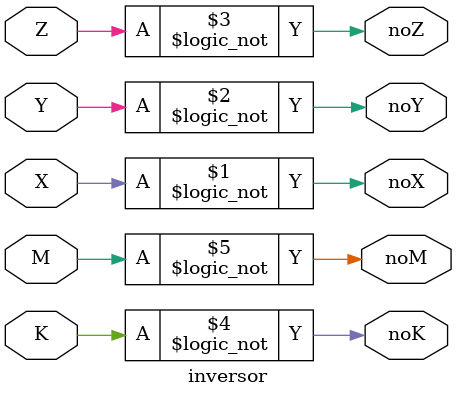
<source format=v>
module inversor(
   output noX,
   output noY,
   output noZ,
   output noK,
   output noM,
   input X,
   input Y, 
   input Z,
   input K,
   input M
   
);
assign noX = !X;
assign noY = !Y;
assign noZ = !Z;
assign noK = !K;
assign noM = !M;
endmodule

</source>
